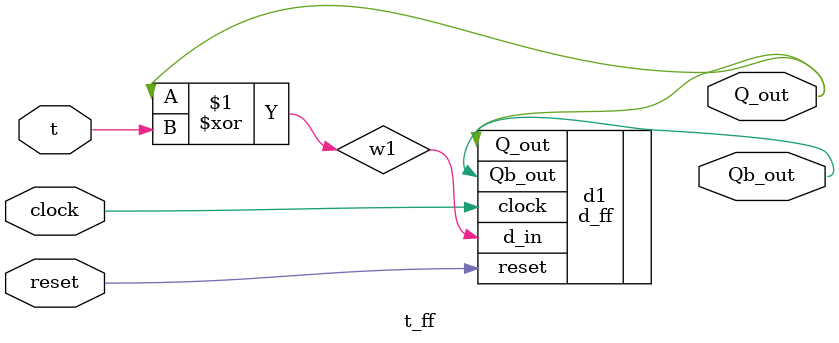
<source format=v>
module t_ff(input clock,reset,t,output Q_out,output Qb_out);
wire w1;

xor r1(w1,Q_out,t);

d_ff d1(.clock(clock),.reset(reset),.d_in(w1),.Q_out(Q_out),.Qb_out(Qb_out));

endmodule


</source>
